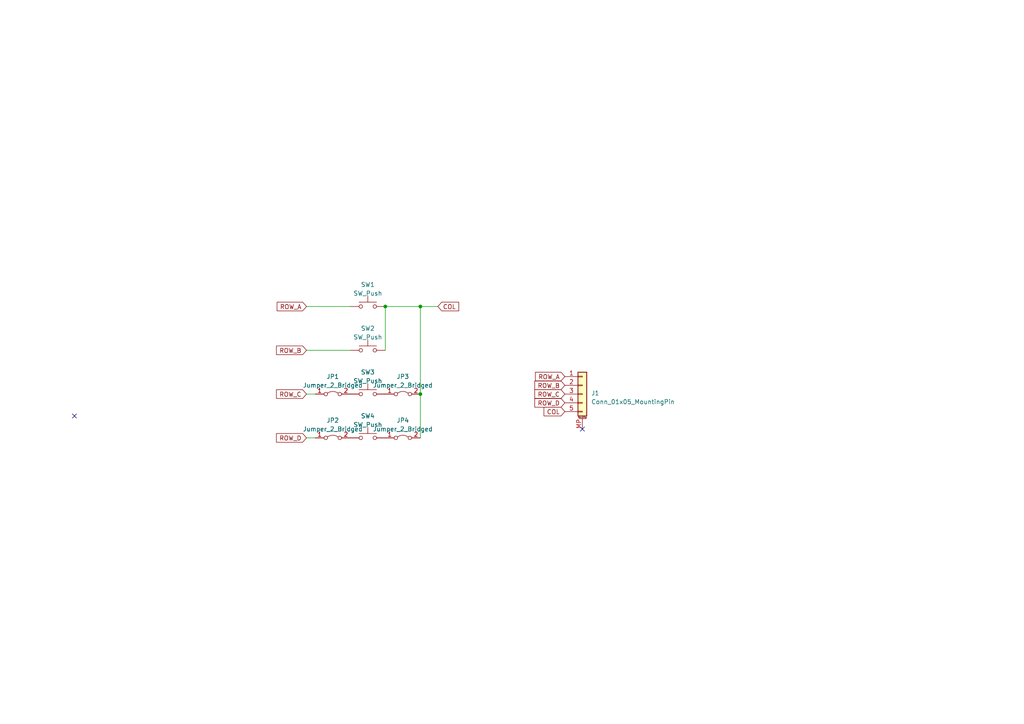
<source format=kicad_sch>
(kicad_sch (version 20230121) (generator eeschema)
  (paper "A4")
  (lib_symbols
    (symbol "Connector_Generic_MountingPin:Conn_01x05_MountingPin" (pin_names (offset 1.016) hide)
      (property "Reference" "J" (at 0 7.62 0))
      (property "Value" "Conn_01x05_MountingPin" (at 1.27 -7.62 0))
      (symbol "Conn_01x05_MountingPin_1_1"
        (rectangle (start -1.27 -4.953) (end 0 -5.207) (stroke (width 0.1524)))
        (rectangle (start -1.27 -2.413) (end 0 -2.667) (stroke (width 0.1524)))
        (rectangle (start -1.27 0.127) (end 0 -0.127) (stroke (width 0.1524)))
        (rectangle (start -1.27 2.667) (end 0 2.413) (stroke (width 0.1524)))
        (rectangle (start -1.27 5.207) (end 0 4.953) (stroke (width 0.1524)))
        (rectangle (start -1.27 6.35) (end 1.27 -6.35) (stroke (width 0.254)) (fill (type background)))
        (polyline (pts (xy -1.016 -7.112) (xy 1.016 -7.112)) (stroke (width 0.1524)))
        (text "Mounting" (at 0 -6.731 0) (effects (font (size 0.381 0.381))))
        (pin passive line (at -5.08 5.08 0) (length 3.81) (name "Pin_1") (number "1"))
        (pin passive line (at -5.08 2.54 0) (length 3.81) (name "Pin_2") (number "2"))
        (pin passive line (at -5.08 0 0) (length 3.81) (name "Pin_3") (number "3"))
        (pin passive line (at -5.08 -2.54 0) (length 3.81) (name "Pin_4") (number "4"))
        (pin passive line (at -5.08 -5.08 0) (length 3.81) (name "Pin_5") (number "5"))
        (pin passive line (at 0 -10.16 90) (length 3.048) (name "MountPin") (number "MP"))
      )
    )
    (symbol "Jumper:Jumper_2_Bridged" (pin_names (offset 0) hide)
      (property "Reference" "JP" (at 0 1.905 0))
      (property "Value" "Jumper_2_Bridged" (at 0 -2.54 0))
      (symbol "Jumper_2_Bridged_0_0"
        (circle (center -2.032 0) (radius 0.508))
        (circle (center 2.032 0) (radius 0.508))
      )
      (symbol "Jumper_2_Bridged_0_1"
        (arc (start 1.524 0.254) (mid 0 0.762) (end -1.524 0.254))
      )
      (symbol "Jumper_2_Bridged_1_1"
        (pin passive line (at -5.08 0 0) (length 2.54) (name "A") (number "1"))
        (pin passive line (at 5.08 0 180) (length 2.54) (name "B") (number "2"))
      )
    )
    (symbol "Switch:SW_Push" (pin_numbers hide) (pin_names (offset 1.016) hide)
      (property "Reference" "SW" (at 1.27 2.54 0))
      (property "Value" "SW_Push" (at 0 -1.524 0))
      (symbol "SW_Push_0_1"
        (circle (center -2.032 0) (radius 0.508))
        (polyline (pts (xy 0 1.27) (xy 0 3.048)))
        (polyline (pts (xy 2.54 1.27) (xy -2.54 1.27)))
        (circle (center 2.032 0) (radius 0.508))
        (pin passive line (at -5.08 0 0) (length 2.54) (name "1") (number "1"))
        (pin passive line (at 5.08 0 180) (length 2.54) (name "2") (number "2"))
      )
    )
  )
  (junction (at 111.76 88.9))
  (junction (at 121.92 88.9))
  (junction (at 121.92 114.3))
  (no_connect (at 168.91 124.46))
  (no_connect (at 21.59 120.65))
  (wire (pts (xy 121.92 114.3) (xy 121.92 127)))
  (wire (pts (xy 88.9 88.9) (xy 101.6 88.9)))
  (wire (pts (xy 121.92 88.9) (xy 121.92 114.3)))
  (wire (pts (xy 88.9 101.6) (xy 101.6 101.6)))
  (wire (pts (xy 88.9 127) (xy 91.44 127)))
  (wire (pts (xy 121.92 88.9) (xy 127 88.9)))
  (wire (pts (xy 111.76 88.9) (xy 121.92 88.9)))
  (wire (pts (xy 88.9 114.3) (xy 91.44 114.3)))
  (wire (pts (xy 111.76 88.9) (xy 111.76 101.6)))
  (global_label "ROW_D" (shape input) (at 163.83 116.84 180) (property "Intersheetrefs" "${INTERSHEET_REFS}" (effects hide)))
  (global_label "ROW_C" (shape input) (at 88.9 114.3 180) (property "Intersheetrefs" "${INTERSHEET_REFS}" (effects hide)))
  (global_label "ROW_A" (shape input) (at 88.9 88.9 180) (property "Intersheetrefs" "${INTERSHEET_REFS}" (effects hide)))
  (global_label "ROW_C" (shape input) (at 163.83 114.3 180) (property "Intersheetrefs" "${INTERSHEET_REFS}" (effects hide)))
  (global_label "COL" (shape input) (at 163.83 119.38 180) (property "Intersheetrefs" "${INTERSHEET_REFS}" (effects hide)))
  (global_label "ROW_B" (shape input) (at 88.9 101.6 180) (property "Intersheetrefs" "${INTERSHEET_REFS}" (effects hide)))
  (global_label "COL" (shape input) (at 127 88.9 0) (property "Intersheetrefs" "${INTERSHEET_REFS}" (effects hide)))
  (global_label "ROW_B" (shape input) (at 163.83 111.76 180) (property "Intersheetrefs" "${INTERSHEET_REFS}" (effects hide)))
  (global_label "ROW_D" (shape input) (at 88.9 127 180) (property "Intersheetrefs" "${INTERSHEET_REFS}" (effects hide)))
  (global_label "ROW_A" (shape input) (at 163.83 109.22 180) (property "Intersheetrefs" "${INTERSHEET_REFS}" (effects hide)))
  (symbol (lib_id "Jumper:Jumper_2_Bridged") (at 96.52 127 0) (unit 1)
    (property "Reference" "JP2" (at 96.52 121.92 0))
    (property "Value" "Jumper_2_Bridged" (at 96.52 124.46 0))
  )
  (symbol (lib_id "Switch:SW_Push") (at 106.68 127 0) (unit 1)
    (property "Reference" "SW4" (at 106.68 120.65 0))
    (property "Value" "SW_Push" (at 106.68 123.19 0))
  )
  (symbol (lib_id "Switch:SW_Push") (at 106.68 114.3 0) (unit 1)
    (property "Reference" "SW3" (at 106.68 107.95 0))
    (property "Value" "SW_Push" (at 106.68 110.49 0))
  )
  (symbol (lib_id "Jumper:Jumper_2_Bridged") (at 116.84 127 0) (unit 1)
    (property "Reference" "JP4" (at 116.84 121.92 0))
    (property "Value" "Jumper_2_Bridged" (at 116.84 124.46 0))
  )
  (symbol (lib_id "Connector_Generic_MountingPin:Conn_01x05_MountingPin") (at 168.91 114.3 0) (unit 1)
    (property "Reference" "J1" (at 171.45 114.0206 0) (effects (justify left)))
    (property "Value" "Conn_01x05_MountingPin" (at 171.45 116.5606 0) (effects (justify left)))
  )
  (symbol (lib_id "Switch:SW_Push") (at 106.68 88.9 0) (unit 1)
    (property "Reference" "SW1" (at 106.68 82.55 0))
    (property "Value" "SW_Push" (at 106.68 85.09 0))
  )
  (symbol (lib_id "Jumper:Jumper_2_Bridged") (at 116.84 114.3 0) (unit 1)
    (property "Reference" "JP3" (at 116.84 109.22 0))
    (property "Value" "Jumper_2_Bridged" (at 116.84 111.76 0))
  )
  (symbol (lib_id "Switch:SW_Push") (at 106.68 101.6 0) (unit 1)
    (property "Reference" "SW2" (at 106.68 95.25 0))
    (property "Value" "SW_Push" (at 106.68 97.79 0))
  )
  (symbol (lib_id "Jumper:Jumper_2_Bridged") (at 96.52 114.3 0) (unit 1)
    (property "Reference" "JP1" (at 96.52 109.22 0))
    (property "Value" "Jumper_2_Bridged" (at 96.52 111.76 0))
  )
)
</source>
